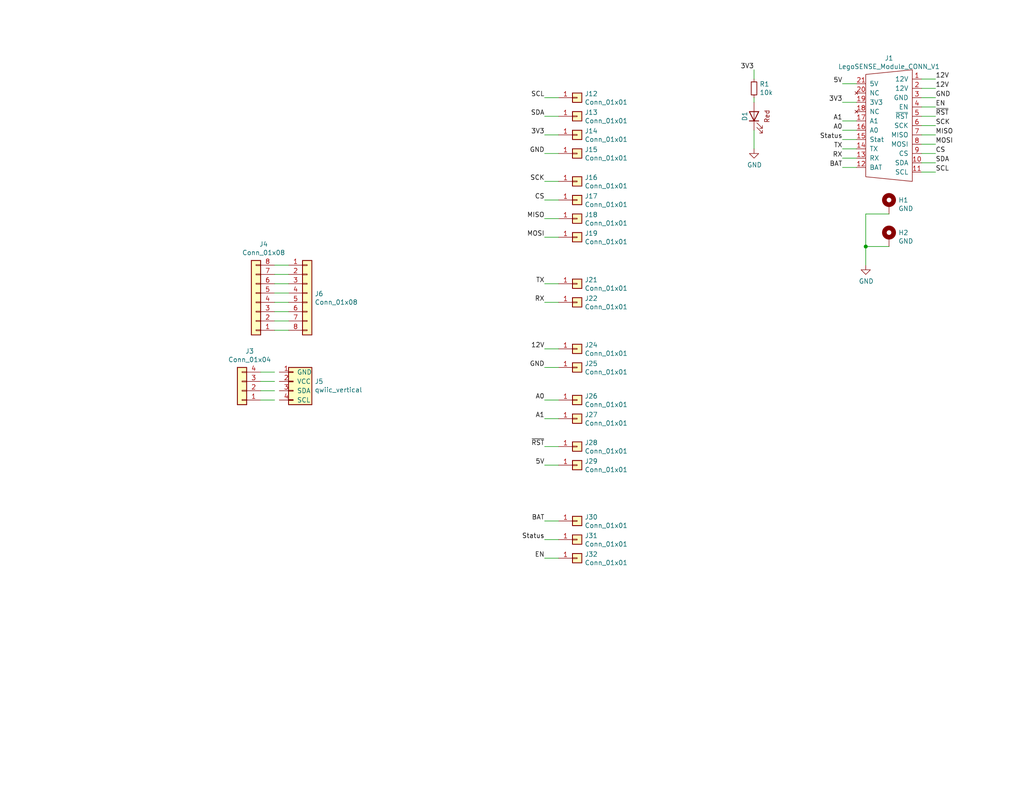
<source format=kicad_sch>
(kicad_sch (version 20211123) (generator eeschema)
  (paper "USLetter")
  (title_block (title "LegoSENSE Module Development Board 2") (date "2021-10-15") (rev "V1.0") (company "Columbia-ICSL") (comment 1 "Author: Scott Zhao"))
  (lib_symbols
    (symbol "Connector_Generic:Conn_01x01" (pin_names (offset 1.016) hide)
      (property "Reference" "J" (at 0 2.54 0))
      (property "Value" "Conn_01x01" (at 0 -2.54 0))
      (symbol "Conn_01x01_1_1"
        (rectangle (start -1.27 0.127) (end 0 -0.127) (stroke (width 0.1524)))
        (rectangle (start -1.27 1.27) (end 1.27 -1.27) (stroke (width 0.254)) (fill (type background)))
        (pin passive line (at -5.08 0 0) (length 3.81) (name "Pin_1") (number "1"))
      )
    )
    (symbol "Connector_Generic:Conn_01x04" (pin_names (offset 1.016) hide)
      (property "Reference" "J" (at 0 5.08 0))
      (property "Value" "Conn_01x04" (at 0 -7.62 0))
      (symbol "Conn_01x04_1_1"
        (rectangle (start -1.27 -4.953) (end 0 -5.207) (stroke (width 0.1524)))
        (rectangle (start -1.27 -2.413) (end 0 -2.667) (stroke (width 0.1524)))
        (rectangle (start -1.27 0.127) (end 0 -0.127) (stroke (width 0.1524)))
        (rectangle (start -1.27 2.667) (end 0 2.413) (stroke (width 0.1524)))
        (rectangle (start -1.27 3.81) (end 1.27 -6.35) (stroke (width 0.254)) (fill (type background)))
        (pin passive line (at -5.08 2.54 0) (length 3.81) (name "Pin_1") (number "1"))
        (pin passive line (at -5.08 0 0) (length 3.81) (name "Pin_2") (number "2"))
        (pin passive line (at -5.08 -2.54 0) (length 3.81) (name "Pin_3") (number "3"))
        (pin passive line (at -5.08 -5.08 0) (length 3.81) (name "Pin_4") (number "4"))
      )
    )
    (symbol "Connector_Generic:Conn_01x08" (pin_names (offset 1.016) hide)
      (property "Reference" "J" (at 0 10.16 0))
      (property "Value" "Conn_01x08" (at 0 -12.7 0))
      (symbol "Conn_01x08_1_1"
        (rectangle (start -1.27 -10.033) (end 0 -10.287) (stroke (width 0.1524)))
        (rectangle (start -1.27 -7.493) (end 0 -7.747) (stroke (width 0.1524)))
        (rectangle (start -1.27 -4.953) (end 0 -5.207) (stroke (width 0.1524)))
        (rectangle (start -1.27 -2.413) (end 0 -2.667) (stroke (width 0.1524)))
        (rectangle (start -1.27 0.127) (end 0 -0.127) (stroke (width 0.1524)))
        (rectangle (start -1.27 2.667) (end 0 2.413) (stroke (width 0.1524)))
        (rectangle (start -1.27 5.207) (end 0 4.953) (stroke (width 0.1524)))
        (rectangle (start -1.27 7.747) (end 0 7.493) (stroke (width 0.1524)))
        (rectangle (start -1.27 8.89) (end 1.27 -11.43) (stroke (width 0.254)) (fill (type background)))
        (pin passive line (at -5.08 7.62 0) (length 3.81) (name "Pin_1") (number "1"))
        (pin passive line (at -5.08 5.08 0) (length 3.81) (name "Pin_2") (number "2"))
        (pin passive line (at -5.08 2.54 0) (length 3.81) (name "Pin_3") (number "3"))
        (pin passive line (at -5.08 0 0) (length 3.81) (name "Pin_4") (number "4"))
        (pin passive line (at -5.08 -2.54 0) (length 3.81) (name "Pin_5") (number "5"))
        (pin passive line (at -5.08 -5.08 0) (length 3.81) (name "Pin_6") (number "6"))
        (pin passive line (at -5.08 -7.62 0) (length 3.81) (name "Pin_7") (number "7"))
        (pin passive line (at -5.08 -10.16 0) (length 3.81) (name "Pin_8") (number "8"))
      )
    )
    (symbol "ICSL:LegoSENSE_Module_CONN_V1" (pin_names (offset 1.016))
      (property "Reference" "J" (at 0 15.24 0))
      (property "Value" "LegoSENSE_Module_CONN_V1" (at 0 13.97 0))
      (symbol "LegoSENSE_Module_CONN_V1_0_0"
        (polyline (pts (xy 6.35 12.7) (xy -6.35 11.43) (xy -6.35 -16.51) (xy 6.35 -17.78) (xy 6.35 12.7)))
      )
      (symbol "LegoSENSE_Module_CONN_V1_1_1"
        (pin power_out line (at 8.89 10.16 180) (length 2.54) (name "12V") (number "1"))
        (pin bidirectional line (at 8.89 -12.7 180) (length 2.54) (name "SDA") (number "10"))
        (pin output line (at 8.89 -15.24 180) (length 2.54) (name "SCL") (number "11"))
        (pin output line (at -8.89 -13.97 0) (length 2.54) (name "BAT") (number "12"))
        (pin input line (at -8.89 -11.43 0) (length 2.54) (name "RX") (number "13"))
        (pin output line (at -8.89 -8.89 0) (length 2.54) (name "TX") (number "14"))
        (pin input line (at -8.89 -6.35 0) (length 2.54) (name "Stat") (number "15"))
        (pin input line (at -8.89 -3.81 0) (length 2.54) (name "A0") (number "16"))
        (pin input line (at -8.89 -1.27 0) (length 2.54) (name "A1") (number "17"))
        (pin no_connect line (at -8.89 1.27 0) (length 2.54) (name "NC") (number "18"))
        (pin power_out line (at -8.89 3.81 0) (length 2.54) (name "3V3") (number "19"))
        (pin power_in line (at 8.89 7.62 180) (length 2.54) (name "12V") (number "2"))
        (pin no_connect line (at -8.89 6.35 0) (length 2.54) (name "NC") (number "20"))
        (pin power_out line (at -8.89 8.89 0) (length 2.54) (name "5V") (number "21"))
        (pin power_out line (at 8.89 5.08 180) (length 2.54) (name "GND") (number "3"))
        (pin output line (at 8.89 2.54 180) (length 2.54) (name "EN") (number "4"))
        (pin output line (at 8.89 0 180) (length 2.54) (name "~{RST}") (number "5"))
        (pin output line (at 8.89 -2.54 180) (length 2.54) (name "SCK") (number "6"))
        (pin input line (at 8.89 -5.08 180) (length 2.54) (name "MISO") (number "7"))
        (pin output line (at 8.89 -7.62 180) (length 2.54) (name "MOSI") (number "8"))
        (pin output line (at 8.89 -10.16 180) (length 2.54) (name "CS") (number "9"))
      )
    )
    (symbol "ICSL:qwiic_vertical" (pin_names (offset 1.016))
      (property "Reference" "J" (at 0 5.08 0))
      (property "Value" "qwiic_vertical" (at 0 -7.62 0))
      (symbol "qwiic_vertical_0_1"
        (rectangle (start -1.27 3.81) (end 5.08 -6.35) (stroke (width 0.254)) (fill (type background)))
      )
      (symbol "qwiic_vertical_1_1"
        (rectangle (start -1.27 -4.953) (end 0 -5.207) (stroke (width 0.1524)))
        (rectangle (start -1.27 -2.413) (end 0 -2.667) (stroke (width 0.1524)))
        (rectangle (start -1.27 0.127) (end 0 -0.127) (stroke (width 0.1524)))
        (rectangle (start -1.27 2.667) (end 0 2.413) (stroke (width 0.1524)))
        (pin passive line (at -3.81 2.54 0) (length 3.81) (name "GND") (number "1"))
        (pin passive line (at -3.81 0 0) (length 3.81) (name "VCC") (number "2"))
        (pin passive line (at -3.81 -2.54 0) (length 3.81) (name "SDA") (number "3"))
        (pin passive line (at -3.81 -5.08 0) (length 3.81) (name "SCL") (number "4"))
      )
    )
    (symbol "Mechanical:MountingHole_Pad" (pin_numbers hide) (pin_names (offset 1.016) hide)
      (property "Reference" "H" (at 0 6.35 0))
      (property "Value" "MountingHole_Pad" (at 0 4.445 0))
      (symbol "MountingHole_Pad_0_1"
        (circle (center 0 1.27) (radius 1.27) (stroke (width 1.27)))
      )
      (symbol "MountingHole_Pad_1_1"
        (pin input line (at 0 -2.54 90) (length 2.54) (name "1") (number "1"))
      )
    )
    (symbol "jlcpcb-basic-resistor-0402:10k" (pin_numbers hide) (pin_names (offset 1.016) hide)
      (property "Reference" "R" (at 2.032 0 90))
      (property "Value" "10k" (at 0 0 90))
      (symbol "10k_0_1"
        (rectangle (start -0.762 1.778) (end 0.762 -1.778) (stroke (width 0.2032)))
      )
      (symbol "10k_1_1"
        (pin passive line (at 0 2.54 270) (length 0.762) (name "~") (number "1"))
        (pin passive line (at 0 -2.54 90) (length 0.762) (name "~") (number "2"))
      )
    )
    (symbol "jlcsmt-rcl:LED_0603_Red" (pin_numbers hide) (pin_names (offset 1.016) hide)
      (property "Reference" "D" (at 0 2.54 0))
      (symbol "LED_0603_Red_0_0"
        (text "Red" (at 0 -3.556 0) (effects (font (size 1.27 1.27))))
      )
      (symbol "LED_0603_Red_0_1"
        (polyline (pts (xy -1.27 -1.27) (xy -1.27 1.27)) (stroke (width 0.254)))
        (polyline (pts (xy -1.27 0) (xy 1.27 0)))
        (polyline (pts (xy 1.27 -1.27) (xy 1.27 1.27) (xy -1.27 0) (xy 1.27 -1.27)) (stroke (width 0.254)))
        (polyline (pts (xy -3.048 -0.762) (xy -4.572 -2.286) (xy -3.81 -2.286) (xy -4.572 -2.286) (xy -4.572 -1.524)))
        (polyline (pts (xy -1.778 -0.762) (xy -3.302 -2.286) (xy -2.54 -2.286) (xy -3.302 -2.286) (xy -3.302 -1.524)))
      )
      (symbol "LED_0603_Red_1_1"
        (pin passive line (at -3.81 0 0) (length 2.54) (name "K") (number "1"))
        (pin passive line (at 3.81 0 180) (length 2.54) (name "A") (number "2"))
      )
    )
    (symbol "power:GND" (power) (pin_names (offset 0))
      (property "Value" "GND" (at 0 -3.81 0))
      (symbol "GND_0_1"
        (polyline (pts (xy 0 0) (xy 0 -1.27) (xy 1.27 -1.27) (xy 0 -2.54) (xy -1.27 -1.27) (xy 0 -1.27)))
      )
      (symbol "GND_1_1"
        (pin power_in line (at 0 0 270) (length 0) hide (name "GND") (number "1"))
      )
    )
  )
  (junction (at 236.22 67.31))
  (wire (pts (xy 152.4 31.75) (xy 148.59 31.75)))
  (wire (pts (xy 152.4 41.91) (xy 148.59 41.91)))
  (wire (pts (xy 251.46 24.13) (xy 255.27 24.13)))
  (wire (pts (xy 152.4 77.47) (xy 148.59 77.47)))
  (wire (pts (xy 152.4 147.32) (xy 148.59 147.32)))
  (wire (pts (xy 229.87 27.94) (xy 233.68 27.94)))
  (wire (pts (xy 251.46 46.99) (xy 255.27 46.99)))
  (wire (pts (xy 78.74 82.55) (xy 74.93 82.55)))
  (wire (pts (xy 152.4 121.92) (xy 148.59 121.92)))
  (wire (pts (xy 152.4 36.83) (xy 148.59 36.83)))
  (wire (pts (xy 74.93 104.14) (xy 71.12 104.14)))
  (wire (pts (xy 236.22 72.39) (xy 236.22 67.31)))
  (wire (pts (xy 152.4 114.3) (xy 148.59 114.3)))
  (wire (pts (xy 229.87 35.56) (xy 233.68 35.56)))
  (wire (pts (xy 251.46 44.45) (xy 255.27 44.45)))
  (wire (pts (xy 152.4 54.61) (xy 148.59 54.61)))
  (wire (pts (xy 78.74 74.93) (xy 74.93 74.93)))
  (wire (pts (xy 251.46 39.37) (xy 255.27 39.37)))
  (wire (pts (xy 205.74 26.67) (xy 205.74 27.94)))
  (wire (pts (xy 251.46 34.29) (xy 255.27 34.29)))
  (wire (pts (xy 205.74 19.05) (xy 205.74 21.59)))
  (wire (pts (xy 71.12 101.6) (xy 74.93 101.6)))
  (wire (pts (xy 78.74 90.17) (xy 74.93 90.17)))
  (wire (pts (xy 152.4 82.55) (xy 148.59 82.55)))
  (wire (pts (xy 229.87 43.18) (xy 233.68 43.18)))
  (wire (pts (xy 152.4 100.33) (xy 148.59 100.33)))
  (wire (pts (xy 152.4 26.67) (xy 148.59 26.67)))
  (wire (pts (xy 78.74 87.63) (xy 74.93 87.63)))
  (wire (pts (xy 152.4 142.24) (xy 148.59 142.24)))
  (wire (pts (xy 251.46 26.67) (xy 255.27 26.67)))
  (wire (pts (xy 251.46 29.21) (xy 255.27 29.21)))
  (wire (pts (xy 74.93 109.22) (xy 71.12 109.22)))
  (wire (pts (xy 205.74 40.64) (xy 205.74 35.56)))
  (wire (pts (xy 236.22 67.31) (xy 236.22 58.42)))
  (wire (pts (xy 78.74 72.39) (xy 74.93 72.39)))
  (wire (pts (xy 251.46 36.83) (xy 255.27 36.83)))
  (wire (pts (xy 78.74 80.01) (xy 74.93 80.01)))
  (wire (pts (xy 229.87 40.64) (xy 233.68 40.64)))
  (wire (pts (xy 152.4 127) (xy 148.59 127)))
  (wire (pts (xy 78.74 77.47) (xy 74.93 77.47)))
  (wire (pts (xy 251.46 21.59) (xy 255.27 21.59)))
  (wire (pts (xy 71.12 106.68) (xy 74.93 106.68)))
  (wire (pts (xy 152.4 49.53) (xy 148.59 49.53)))
  (wire (pts (xy 229.87 45.72) (xy 233.68 45.72)))
  (wire (pts (xy 229.87 38.1) (xy 233.68 38.1)))
  (wire (pts (xy 229.87 22.86) (xy 233.68 22.86)))
  (wire (pts (xy 152.4 109.22) (xy 148.59 109.22)))
  (wire (pts (xy 251.46 31.75) (xy 255.27 31.75)))
  (wire (pts (xy 152.4 59.69) (xy 148.59 59.69)))
  (wire (pts (xy 236.22 58.42) (xy 242.57 58.42)))
  (wire (pts (xy 152.4 64.77) (xy 148.59 64.77)))
  (wire (pts (xy 152.4 95.25) (xy 148.59 95.25)))
  (wire (pts (xy 251.46 41.91) (xy 255.27 41.91)))
  (wire (pts (xy 229.87 33.02) (xy 233.68 33.02)))
  (wire (pts (xy 78.74 85.09) (xy 74.93 85.09)))
  (wire (pts (xy 236.22 67.31) (xy 242.57 67.31)))
  (wire (pts (xy 152.4 152.4) (xy 148.59 152.4)))
  (label "3V3" (at 229.87 27.94 180))
  (label "EN" (at 148.59 152.4 180))
  (label "BAT" (at 148.59 142.24 180))
  (label "3V3" (at 148.59 36.83 180))
  (label "SCK" (at 255.27 34.29 0))
  (label "Status" (at 148.59 147.32 180))
  (label "TX" (at 148.59 77.47 180))
  (label "CS" (at 255.27 41.91 0))
  (label "SCL" (at 148.59 26.67 180))
  (label "SCL" (at 255.27 46.99 0))
  (label "MISO" (at 255.27 36.83 0))
  (label "CS" (at 148.59 54.61 180))
  (label "RX" (at 229.87 43.18 180))
  (label "A1" (at 148.59 114.3 180))
  (label "12V" (at 255.27 21.59 0))
  (label "RX" (at 148.59 82.55 180))
  (label "5V" (at 229.87 22.86 180))
  (label "EN" (at 255.27 29.21 0))
  (label "Status" (at 229.87 38.1 180))
  (label "MOSI" (at 148.59 64.77 180))
  (label "12V" (at 255.27 24.13 0))
  (label "~{RST}" (at 255.27 31.75 0))
  (label "TX" (at 229.87 40.64 180))
  (label "MISO" (at 148.59 59.69 180))
  (label "A1" (at 229.87 33.02 180))
  (label "SDA" (at 148.59 31.75 180))
  (label "~{RST}" (at 148.59 121.92 180))
  (label "GND" (at 148.59 41.91 180))
  (label "SCK" (at 148.59 49.53 180))
  (label "5V" (at 148.59 127 180))
  (label "MOSI" (at 255.27 39.37 0))
  (label "3V3" (at 205.74 19.05 180))
  (label "SDA" (at 255.27 44.45 0))
  (label "GND" (at 148.59 100.33 180))
  (label "GND" (at 255.27 26.67 0))
  (label "BAT" (at 229.87 45.72 180))
  (label "12V" (at 148.59 95.25 180))
  (label "A0" (at 148.59 109.22 180))
  (label "A0" (at 229.87 35.56 180))
  (symbol (lib_id "Mechanical:MountingHole_Pad") (at 242.57 55.88 0) (unit 1)
    (property "Reference" "H1" (at 245.11 54.6354 0) (effects (justify left)))
    (property "Value" "GND" (at 245.11 56.9468 0) (effects (justify left)))
    (property "Footprint" "ICSL:M1502-B-2545-AL-TOP" (effects hide))
  )
  (symbol (lib_id "Mechanical:MountingHole_Pad") (at 242.57 64.77 0) (unit 1)
    (property "Reference" "H2" (at 245.11 63.5254 0) (effects (justify left)))
    (property "Value" "GND" (at 245.11 65.8368 0) (effects (justify left)))
    (property "Footprint" "ICSL:M1502-B-2545-AL-TOP" (effects hide))
  )
  (symbol (lib_id "power:GND") (at 236.22 72.39 0) (unit 1)
    (property "Reference" "#PWR02" (effects hide))
    (property "Value" "GND" (at 236.347 76.7842 0))
  )
  (symbol (lib_id "ICSL:LegoSENSE_Module_CONN_V1") (at 242.57 31.75 0) (unit 1)
    (property "Reference" "J1" (at 242.57 15.875 0))
    (property "Value" "LegoSENSE_Module_CONN_V1" (at 242.57 18.1864 0))
    (property "Footprint" "ICSL:Amphenol_91911-31321LF_PLUG" (effects hide))
    (property "Datasheet" "https://cdn.amphenol-icc.com/media/wysiwyg/files/drawing/91900.pdf" (effects hide))
    (property "Digikey" "https://www.digikey.com/en/products/detail/91911-31321LF/609-3424-1-ND/1878870" (effects hide))
    (property "Mouser" "https://www.mouser.com/ProductDetail/Amphenol-FCI/91911-31321LF?qs=%2Fha2pyFaduiAL3QUtjqByRY4UbDZTfXX%2F4B%2F4DcqSGV286jFDbRjHhs78oVtYekl" (effects hide))
  )
  (symbol (lib_id "Connector_Generic:Conn_01x01") (at 157.48 26.67 0) (unit 1)
    (property "Reference" "J12" (at 159.512 25.6032 0) (effects (justify left)))
    (property "Value" "Conn_01x01" (at 159.512 27.9146 0) (effects (justify left)))
    (property "Footprint" "ICSL:PinHeader_1x01_NoSilk" (effects hide))
  )
  (symbol (lib_id "Connector_Generic:Conn_01x01") (at 157.48 31.75 0) (unit 1)
    (property "Reference" "J13" (at 159.512 30.6832 0) (effects (justify left)))
    (property "Value" "Conn_01x01" (at 159.512 32.9946 0) (effects (justify left)))
    (property "Footprint" "ICSL:PinHeader_1x01_NoSilk" (effects hide))
  )
  (symbol (lib_id "Connector_Generic:Conn_01x01") (at 157.48 36.83 0) (unit 1)
    (property "Reference" "J14" (at 159.512 35.7632 0) (effects (justify left)))
    (property "Value" "Conn_01x01" (at 159.512 38.0746 0) (effects (justify left)))
    (property "Footprint" "ICSL:PinHeader_1x01_NoSilk" (effects hide))
  )
  (symbol (lib_id "Connector_Generic:Conn_01x01") (at 157.48 41.91 0) (unit 1)
    (property "Reference" "J15" (at 159.512 40.8432 0) (effects (justify left)))
    (property "Value" "Conn_01x01" (at 159.512 43.1546 0) (effects (justify left)))
    (property "Footprint" "ICSL:PinHeader_1x01_NoSilk" (effects hide))
  )
  (symbol (lib_id "Connector_Generic:Conn_01x01") (at 157.48 49.53 0) (unit 1)
    (property "Reference" "J16" (at 159.512 48.4632 0) (effects (justify left)))
    (property "Value" "Conn_01x01" (at 159.512 50.7746 0) (effects (justify left)))
    (property "Footprint" "ICSL:PinHeader_1x01_NoSilk" (effects hide))
  )
  (symbol (lib_id "Connector_Generic:Conn_01x01") (at 157.48 54.61 0) (unit 1)
    (property "Reference" "J17" (at 159.512 53.5432 0) (effects (justify left)))
    (property "Value" "Conn_01x01" (at 159.512 55.8546 0) (effects (justify left)))
    (property "Footprint" "ICSL:PinHeader_1x01_NoSilk" (effects hide))
  )
  (symbol (lib_id "Connector_Generic:Conn_01x01") (at 157.48 59.69 0) (unit 1)
    (property "Reference" "J18" (at 159.512 58.6232 0) (effects (justify left)))
    (property "Value" "Conn_01x01" (at 159.512 60.9346 0) (effects (justify left)))
    (property "Footprint" "ICSL:PinHeader_1x01_NoSilk" (effects hide))
  )
  (symbol (lib_id "Connector_Generic:Conn_01x01") (at 157.48 64.77 0) (unit 1)
    (property "Reference" "J19" (at 159.512 63.7032 0) (effects (justify left)))
    (property "Value" "Conn_01x01" (at 159.512 66.0146 0) (effects (justify left)))
    (property "Footprint" "ICSL:PinHeader_1x01_NoSilk" (effects hide))
  )
  (symbol (lib_id "Connector_Generic:Conn_01x01") (at 157.48 77.47 0) (unit 1)
    (property "Reference" "J21" (at 159.512 76.4032 0) (effects (justify left)))
    (property "Value" "Conn_01x01" (at 159.512 78.7146 0) (effects (justify left)))
    (property "Footprint" "ICSL:PinHeader_1x01_NoSilk" (effects hide))
  )
  (symbol (lib_id "Connector_Generic:Conn_01x01") (at 157.48 82.55 0) (unit 1)
    (property "Reference" "J22" (at 159.512 81.4832 0) (effects (justify left)))
    (property "Value" "Conn_01x01" (at 159.512 83.7946 0) (effects (justify left)))
    (property "Footprint" "ICSL:PinHeader_1x01_NoSilk" (effects hide))
  )
  (symbol (lib_id "Connector_Generic:Conn_01x01") (at 157.48 95.25 0) (unit 1)
    (property "Reference" "J24" (at 159.512 94.1832 0) (effects (justify left)))
    (property "Value" "Conn_01x01" (at 159.512 96.4946 0) (effects (justify left)))
    (property "Footprint" "ICSL:PinHeader_1x01_NoSilk" (effects hide))
  )
  (symbol (lib_id "Connector_Generic:Conn_01x01") (at 157.48 100.33 0) (unit 1)
    (property "Reference" "J25" (at 159.512 99.2632 0) (effects (justify left)))
    (property "Value" "Conn_01x01" (at 159.512 101.5746 0) (effects (justify left)))
    (property "Footprint" "ICSL:PinHeader_1x01_NoSilk" (effects hide))
  )
  (symbol (lib_id "Connector_Generic:Conn_01x08") (at 83.82 80.01 0) (unit 1)
    (property "Reference" "J6" (at 85.852 80.2132 0) (effects (justify left)))
    (property "Value" "Conn_01x08" (at 85.852 82.5246 0) (effects (justify left)))
    (property "Footprint" "Connector_JST:JST_GH_BM08B-GHS-TBT_1x08-1MP_P1.25mm_Vertical" (effects hide))
  )
  (symbol (lib_id "Connector_Generic:Conn_01x01") (at 157.48 109.22 0) (unit 1)
    (property "Reference" "J26" (at 159.512 108.1532 0) (effects (justify left)))
    (property "Value" "Conn_01x01" (at 159.512 110.4646 0) (effects (justify left)))
    (property "Footprint" "ICSL:PinHeader_1x01_NoSilk" (effects hide))
  )
  (symbol (lib_id "Connector_Generic:Conn_01x01") (at 157.48 114.3 0) (unit 1)
    (property "Reference" "J27" (at 159.512 113.2332 0) (effects (justify left)))
    (property "Value" "Conn_01x01" (at 159.512 115.5446 0) (effects (justify left)))
    (property "Footprint" "ICSL:PinHeader_1x01_NoSilk" (effects hide))
  )
  (symbol (lib_id "Connector_Generic:Conn_01x01") (at 157.48 121.92 0) (unit 1)
    (property "Reference" "J28" (at 159.512 120.8532 0) (effects (justify left)))
    (property "Value" "Conn_01x01" (at 159.512 123.1646 0) (effects (justify left)))
    (property "Footprint" "ICSL:PinHeader_1x01_NoSilk" (effects hide))
  )
  (symbol (lib_id "Connector_Generic:Conn_01x01") (at 157.48 127 0) (unit 1)
    (property "Reference" "J29" (at 159.512 125.9332 0) (effects (justify left)))
    (property "Value" "Conn_01x01" (at 159.512 128.2446 0) (effects (justify left)))
    (property "Footprint" "ICSL:PinHeader_1x01_NoSilk" (effects hide))
  )
  (symbol (lib_id "Connector_Generic:Conn_01x08") (at 69.85 82.55 180) (unit 1)
    (property "Reference" "J4" (at 71.9328 66.675 0))
    (property "Value" "Conn_01x08" (at 71.9328 68.9864 0))
    (property "Footprint" "ICSL:PinHeader_1x08_2.54mm_NoSilk" (effects hide))
  )
  (symbol (lib_id "Connector_Generic:Conn_01x01") (at 157.48 142.24 0) (unit 1)
    (property "Reference" "J30" (at 159.512 141.1732 0) (effects (justify left)))
    (property "Value" "Conn_01x01" (at 159.512 143.4846 0) (effects (justify left)))
    (property "Footprint" "ICSL:PinHeader_1x01_NoSilk" (effects hide))
  )
  (symbol (lib_id "Connector_Generic:Conn_01x01") (at 157.48 147.32 0) (unit 1)
    (property "Reference" "J31" (at 159.512 146.2532 0) (effects (justify left)))
    (property "Value" "Conn_01x01" (at 159.512 148.5646 0) (effects (justify left)))
    (property "Footprint" "ICSL:PinHeader_1x01_NoSilk" (effects hide))
  )
  (symbol (lib_id "Connector_Generic:Conn_01x01") (at 157.48 152.4 0) (unit 1)
    (property "Reference" "J32" (at 159.512 151.3332 0) (effects (justify left)))
    (property "Value" "Conn_01x01" (at 159.512 153.6446 0) (effects (justify left)))
    (property "Footprint" "ICSL:PinHeader_1x01_NoSilk" (effects hide))
  )
  (symbol (lib_id "ICSL:qwiic_vertical") (at 80.01 104.14 0) (unit 1)
    (property "Reference" "J5" (at 85.852 104.14 0) (effects (justify left)))
    (property "Value" "qwiic_vertical" (at 85.852 106.4514 0) (effects (justify left)))
    (property "Footprint" "ICSL:JST_SH_1x04_1.00mm_Vertical" (effects hide))
  )
  (symbol (lib_id "Connector_Generic:Conn_01x04") (at 66.04 106.68 180) (unit 1)
    (property "Reference" "J3" (at 68.1228 95.885 0))
    (property "Value" "Conn_01x04" (at 68.1228 98.1964 0))
    (property "Footprint" "ICSL:PinHeader_1x04_2.54mm_NoSilk" (effects hide))
  )
  (symbol (lib_id "jlcsmt-rcl:LED_0603_Red") (at 205.74 31.75 90) (unit 1)
    (property "Reference" "D1" (at 203.2 31.75 0))
    (property "Value" "LED_0603_Red" (effects hide))
    (property "Footprint" "jlcsmt:LED_0603_1608Metric" (effects hide))
    (property "Datasheet" "https://datasheet.lcsc.com/lcsc/1810231112_Hubei-KENTO-Elec-KT-0603R_C2286.pdf" (effects hide))
    (property "MFR" "Hubei KENTO Elec" (effects hide))
    (property "MFR Part#" "KT-0603R" (effects hide))
    (property "LCSC" "C2286" (effects hide))
  )
  (symbol (lib_id "jlcpcb-basic-resistor-0402:10k") (at 205.74 24.13 0) (unit 1)
    (property "Reference" "R1" (at 207.2386 22.9616 0) (effects (justify left)))
    (property "Value" "10k" (at 207.2386 25.273 0) (effects (justify left)))
    (property "Footprint" "R_0402_1005Metric" (effects hide))
    (property "Datasheet" "https://datasheet.lcsc.com/szlcsc/Uniroyal-Elec-0402WGF1002TCE_C25744.pdf" (effects hide))
    (property "LCSC" "C25744" (effects hide))
  )
  (symbol (lib_id "power:GND") (at 205.74 40.64 0) (unit 1)
    (property "Reference" "#PWR?" (effects hide))
    (property "Value" "GND" (at 205.867 45.0342 0))
  )
)
</source>
